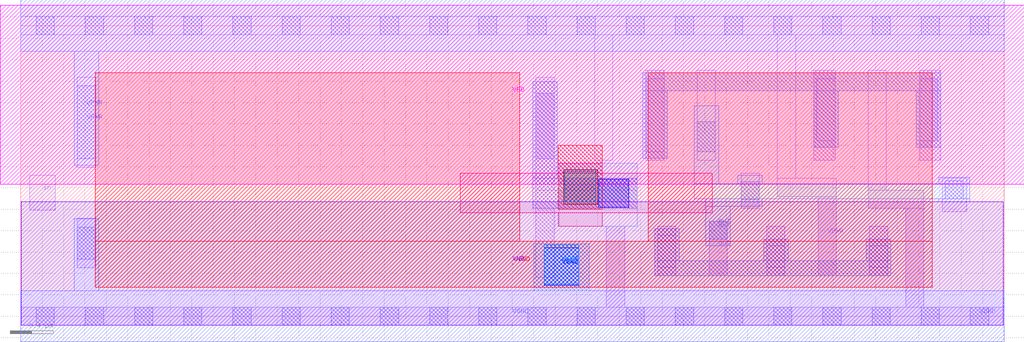
<source format=lef>
VERSION 5.7 ;
  NOWIREEXTENSIONATPIN ON ;
  DIVIDERCHAR "/" ;
  BUSBITCHARS "[]" ;
MACRO sky130_mm_sc_hd_dly5ns
  CLASS CORE ;
  FOREIGN sky130_mm_sc_hd_dly5ns ;
  ORIGIN 0.000 0.000 ;
  SIZE 9.200 BY 2.720 ;
  SITE unithd ;
  PIN in
    DIRECTION INPUT ;
    USE SIGNAL ;
    ANTENNAGATEAREA 4.880000 ;
    PORT
      LAYER li1 ;
        RECT 0.085 0.990 0.325 1.320 ;
    END
  END in
  PIN out
    DIRECTION OUTPUT ;
    USE SIGNAL ;
    ANTENNAGATEAREA 0.366000 ;
    ANTENNADIFFAREA 0.361800 ;
    PORT
      LAYER li1 ;
        RECT 6.330 1.460 6.500 2.300 ;
        RECT 6.740 1.010 6.910 1.340 ;
        RECT 8.620 0.980 8.850 1.290 ;
        RECT 6.440 0.380 6.610 0.890 ;
      LAYER mcon ;
        RECT 6.330 1.540 6.500 1.820 ;
        RECT 6.740 1.090 6.910 1.260 ;
        RECT 8.650 1.100 8.820 1.270 ;
        RECT 6.440 0.720 6.610 0.890 ;
      LAYER met1 ;
        RECT 6.300 1.240 6.530 1.970 ;
        RECT 6.710 1.240 6.940 1.320 ;
        RECT 8.590 1.240 8.880 1.300 ;
        RECT 6.300 1.100 8.880 1.240 ;
        RECT 6.410 1.030 6.940 1.100 ;
        RECT 8.590 1.070 8.880 1.100 ;
        RECT 6.410 0.660 6.640 1.030 ;
    END
  END out
  PIN VPWR
    DIRECTION INOUT ;
    USE POWER ;
    SHAPE ABUTMENT ;
    PORT
      LAYER li1 ;
        RECT 0.000 2.635 9.200 2.805 ;
        RECT 0.530 1.395 0.700 2.235 ;
        RECT 5.370 1.460 5.540 2.635 ;
        RECT 7.080 1.290 7.250 2.635 ;
        RECT 7.080 1.120 7.630 1.290 ;
        RECT 7.460 0.380 7.630 1.120 ;
      LAYER mcon ;
        RECT 0.145 2.635 0.315 2.805 ;
        RECT 0.605 2.635 0.775 2.805 ;
        RECT 1.065 2.635 1.235 2.805 ;
        RECT 1.525 2.635 1.695 2.805 ;
        RECT 1.985 2.635 2.155 2.805 ;
        RECT 2.445 2.635 2.615 2.805 ;
        RECT 2.905 2.635 3.075 2.805 ;
        RECT 3.365 2.635 3.535 2.805 ;
        RECT 3.825 2.635 3.995 2.805 ;
        RECT 4.285 2.635 4.455 2.805 ;
        RECT 4.745 2.635 4.915 2.805 ;
        RECT 5.205 2.635 5.375 2.805 ;
        RECT 5.665 2.635 5.835 2.805 ;
        RECT 6.125 2.635 6.295 2.805 ;
        RECT 6.585 2.635 6.755 2.805 ;
        RECT 7.045 2.635 7.215 2.805 ;
        RECT 7.505 2.635 7.675 2.805 ;
        RECT 7.965 2.635 8.135 2.805 ;
        RECT 8.425 2.635 8.595 2.805 ;
        RECT 8.885 2.635 9.055 2.805 ;
        RECT 0.530 1.475 0.700 2.155 ;
      LAYER met1 ;
        RECT 0.000 2.480 9.200 2.960 ;
        RECT 0.500 1.415 0.730 2.480 ;
    END
  END VPWR
  PIN VGND
    DIRECTION INOUT ;
    USE GROUND ;
    SHAPE ABUTMENT ;
    PORT
      LAYER li1 ;
        RECT 7.930 1.180 8.100 2.300 ;
        RECT 7.930 1.010 8.450 1.180 ;
        RECT 0.530 0.455 0.700 0.915 ;
        RECT 5.480 0.085 5.650 0.840 ;
        RECT 8.280 0.085 8.450 1.010 ;
        RECT 0.000 -0.085 9.200 0.085 ;
      LAYER mcon ;
        RECT 0.530 0.535 0.700 0.835 ;
        RECT 0.145 -0.085 0.315 0.085 ;
        RECT 0.605 -0.085 0.775 0.085 ;
        RECT 1.065 -0.085 1.235 0.085 ;
        RECT 1.525 -0.085 1.695 0.085 ;
        RECT 1.985 -0.085 2.155 0.085 ;
        RECT 2.445 -0.085 2.615 0.085 ;
        RECT 2.905 -0.085 3.075 0.085 ;
        RECT 3.365 -0.085 3.535 0.085 ;
        RECT 3.825 -0.085 3.995 0.085 ;
        RECT 4.285 -0.085 4.455 0.085 ;
        RECT 4.745 -0.085 4.915 0.085 ;
        RECT 5.205 -0.085 5.375 0.085 ;
        RECT 5.665 -0.085 5.835 0.085 ;
        RECT 6.125 -0.085 6.295 0.085 ;
        RECT 6.585 -0.085 6.755 0.085 ;
        RECT 7.045 -0.085 7.215 0.085 ;
        RECT 7.505 -0.085 7.675 0.085 ;
        RECT 7.965 -0.085 8.135 0.085 ;
        RECT 8.425 -0.085 8.595 0.085 ;
        RECT 8.885 -0.085 9.055 0.085 ;
      LAYER met1 ;
        RECT 0.500 0.240 0.730 0.910 ;
        RECT 4.800 0.240 5.320 0.680 ;
        RECT 0.000 -0.240 9.200 0.240 ;
      LAYER via ;
        RECT 4.900 0.290 5.220 0.640 ;
      LAYER met2 ;
        RECT 4.800 0.240 5.320 0.680 ;
      LAYER via2 ;
        RECT 4.900 0.300 5.220 0.670 ;
      LAYER met3 ;
        RECT 0.695 0.700 4.670 2.280 ;
        RECT 5.870 0.700 8.530 2.280 ;
        RECT 0.695 0.270 8.530 0.700 ;
    END
  END VGND
  PIN VPB
    DIRECTION INOUT ;
    USE POWER ;
    PORT
      LAYER nwell ;
        RECT -0.190 1.235 9.390 2.910 ;
    END
  END VPB
  PIN VNB
    DIRECTION INOUT ;
    USE GROUND ;
    PORT
      LAYER pwell ;
        RECT 0.005 -0.085 9.195 1.070 ;
    END
  END VNB
  OBS
      LAYER li1 ;
        RECT 4.820 1.180 4.990 2.235 ;
        RECT 5.850 1.460 6.020 2.300 ;
        RECT 7.420 1.460 7.620 2.300 ;
        RECT 8.410 1.460 8.610 2.300 ;
        RECT 5.410 1.180 5.770 1.290 ;
        RECT 4.820 1.010 5.770 1.180 ;
        RECT 4.820 0.365 4.990 1.010 ;
        RECT 5.960 0.380 6.130 0.840 ;
        RECT 6.980 0.380 7.150 0.840 ;
        RECT 7.940 0.380 8.110 0.840 ;
      LAYER mcon ;
        RECT 4.820 1.475 4.990 2.085 ;
        RECT 5.850 1.540 6.020 2.220 ;
        RECT 7.450 1.640 7.620 2.220 ;
        RECT 8.410 1.640 8.580 2.220 ;
        RECT 5.410 1.070 5.690 1.240 ;
        RECT 5.960 0.460 6.130 0.760 ;
        RECT 6.980 0.460 7.150 0.660 ;
        RECT 7.940 0.460 8.110 0.660 ;
      LAYER met1 ;
        RECT 4.790 1.290 5.020 2.195 ;
        RECT 5.820 2.110 8.610 2.280 ;
        RECT 5.820 1.480 6.050 2.110 ;
        RECT 7.420 1.580 7.650 2.110 ;
        RECT 8.380 1.580 8.610 2.110 ;
        RECT 4.790 1.010 5.770 1.290 ;
        RECT 5.930 0.520 6.160 0.820 ;
        RECT 6.950 0.520 7.180 0.720 ;
        RECT 7.910 0.520 8.140 0.720 ;
        RECT 5.930 0.380 8.140 0.520 ;
      LAYER via ;
        RECT 5.410 1.020 5.690 1.280 ;
      LAYER met2 ;
        RECT 5.040 0.840 5.770 1.430 ;
      LAYER via2 ;
        RECT 5.090 1.070 5.380 1.350 ;
      LAYER met3 ;
        RECT 5.030 1.000 5.440 1.600 ;
      LAYER via3 ;
        RECT 5.080 1.050 5.400 1.370 ;
      LAYER met4 ;
        RECT 5.030 1.340 5.440 1.430 ;
        RECT 4.110 0.970 6.470 1.340 ;
        RECT 5.030 0.840 5.440 0.970 ;
  END
END sky130_mm_sc_hd_dly5ns
END LIBRARY


</source>
